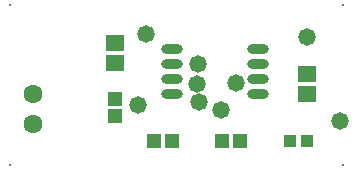
<source format=gts>
G04*
G04 #@! TF.GenerationSoftware,Altium Limited,Altium Designer,21.5.1 (32)*
G04*
G04 Layer_Color=8388736*
%FSLAX25Y25*%
%MOIN*%
G70*
G04*
G04 #@! TF.SameCoordinates,CCD3DE6C-E2ED-4FCE-8E5A-4F3322D5B5BE*
G04*
G04*
G04 #@! TF.FilePolarity,Negative*
G04*
G01*
G75*
%ADD20O,0.07296X0.03162*%
%ADD21R,0.04737X0.04540*%
%ADD22R,0.06312X0.05524*%
%ADD23R,0.04540X0.04737*%
%ADD24R,0.03950X0.03950*%
%ADD25C,0.06312*%
%ADD26C,0.00800*%
%ADD27C,0.05800*%
D20*
X165256Y156713D02*
D03*
Y151713D02*
D03*
Y146713D02*
D03*
Y141713D02*
D03*
X193799Y156713D02*
D03*
Y151713D02*
D03*
Y146713D02*
D03*
Y141713D02*
D03*
D21*
X159252Y125984D02*
D03*
X165157D02*
D03*
X187795D02*
D03*
X181890D02*
D03*
D22*
X146063Y158858D02*
D03*
Y152165D02*
D03*
X210236Y148228D02*
D03*
Y141535D02*
D03*
D23*
X146063Y140157D02*
D03*
Y134252D02*
D03*
D24*
X204331Y125984D02*
D03*
X210236D02*
D03*
D25*
X118898Y131732D02*
D03*
Y141732D02*
D03*
D26*
X111024Y171260D02*
D03*
Y118110D02*
D03*
X222047Y171260D02*
D03*
Y118110D02*
D03*
D27*
X174016Y138976D02*
D03*
X186614Y145276D02*
D03*
X173379Y145178D02*
D03*
X221260Y132677D02*
D03*
X210236Y160630D02*
D03*
X156299Y161811D02*
D03*
X153937Y138189D02*
D03*
X173622Y151575D02*
D03*
X181496Y136221D02*
D03*
M02*

</source>
